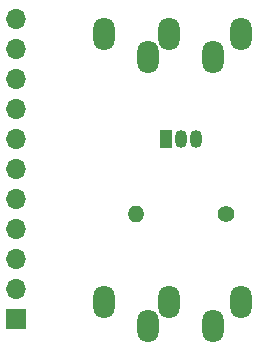
<source format=gbr>
%TF.GenerationSoftware,KiCad,Pcbnew,(5.99.0-9501-gd6b12eab50)*%
%TF.CreationDate,2021-02-28T09:53:11+01:00*%
%TF.ProjectId,audio-adapter,61756469-6f2d-4616-9461-707465722e6b,rev?*%
%TF.SameCoordinates,Original*%
%TF.FileFunction,Soldermask,Top*%
%TF.FilePolarity,Negative*%
%FSLAX46Y46*%
G04 Gerber Fmt 4.6, Leading zero omitted, Abs format (unit mm)*
G04 Created by KiCad (PCBNEW (5.99.0-9501-gd6b12eab50)) date 2021-02-28 09:53:11*
%MOMM*%
%LPD*%
G01*
G04 APERTURE LIST*
%ADD10R,1.700000X1.700000*%
%ADD11O,1.700000X1.700000*%
%ADD12C,1.400000*%
%ADD13O,1.400000X1.400000*%
%ADD14O,1.800000X2.800000*%
%ADD15R,1.050000X1.500000*%
%ADD16O,1.050000X1.500000*%
G04 APERTURE END LIST*
D10*
%TO.C,J1*%
X95250000Y-113030000D03*
D11*
X95250000Y-110490000D03*
X95250000Y-107950000D03*
X95250000Y-105410000D03*
X95250000Y-102870000D03*
X95250000Y-100330000D03*
X95250000Y-97790000D03*
X95250000Y-95250000D03*
X95250000Y-92710000D03*
X95250000Y-90170000D03*
X95250000Y-87630000D03*
%TD*%
D12*
%TO.C,R1*%
X113030000Y-104140000D03*
D13*
X105410000Y-104140000D03*
%TD*%
D14*
%TO.C,J2*%
X106390000Y-113660000D03*
X108190000Y-111660000D03*
X114290000Y-111660000D03*
X111890000Y-113660000D03*
X102690000Y-111660000D03*
%TD*%
%TO.C,J3*%
X106400000Y-90900000D03*
X108200000Y-88900000D03*
X114300000Y-88900000D03*
X111900000Y-90900000D03*
X102700000Y-88900000D03*
%TD*%
D15*
%TO.C,Q1*%
X107950000Y-97790000D03*
D16*
X109220000Y-97790000D03*
X110490000Y-97790000D03*
%TD*%
M02*

</source>
